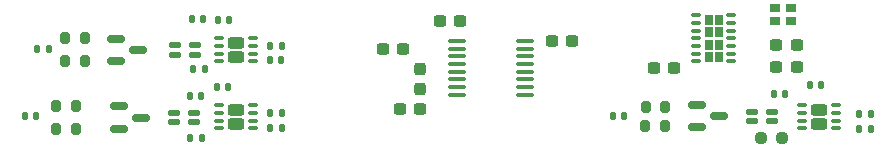
<source format=gbr>
%TF.GenerationSoftware,KiCad,Pcbnew,7.0.8*%
%TF.CreationDate,2024-02-04T14:44:40+01:00*%
%TF.ProjectId,HatV2,48617456-322e-46b6-9963-61645f706362,V2*%
%TF.SameCoordinates,PX5faea10PY6c663e8*%
%TF.FileFunction,Paste,Top*%
%TF.FilePolarity,Positive*%
%FSLAX46Y46*%
G04 Gerber Fmt 4.6, Leading zero omitted, Abs format (unit mm)*
G04 Created by KiCad (PCBNEW 7.0.8) date 2024-02-04 14:44:40*
%MOMM*%
%LPD*%
G01*
G04 APERTURE LIST*
G04 Aperture macros list*
%AMRoundRect*
0 Rectangle with rounded corners*
0 $1 Rounding radius*
0 $2 $3 $4 $5 $6 $7 $8 $9 X,Y pos of 4 corners*
0 Add a 4 corners polygon primitive as box body*
4,1,4,$2,$3,$4,$5,$6,$7,$8,$9,$2,$3,0*
0 Add four circle primitives for the rounded corners*
1,1,$1+$1,$2,$3*
1,1,$1+$1,$4,$5*
1,1,$1+$1,$6,$7*
1,1,$1+$1,$8,$9*
0 Add four rect primitives between the rounded corners*
20,1,$1+$1,$2,$3,$4,$5,0*
20,1,$1+$1,$4,$5,$6,$7,0*
20,1,$1+$1,$6,$7,$8,$9,0*
20,1,$1+$1,$8,$9,$2,$3,0*%
G04 Aperture macros list end*
%ADD10R,0.900000X0.800000*%
%ADD11RoundRect,0.200000X-0.200000X-0.275000X0.200000X-0.275000X0.200000X0.275000X-0.200000X0.275000X0*%
%ADD12RoundRect,0.135000X0.135000X0.185000X-0.135000X0.185000X-0.135000X-0.185000X0.135000X-0.185000X0*%
%ADD13RoundRect,0.140000X-0.140000X-0.170000X0.140000X-0.170000X0.140000X0.170000X-0.140000X0.170000X0*%
%ADD14RoundRect,0.237500X-0.300000X-0.237500X0.300000X-0.237500X0.300000X0.237500X-0.300000X0.237500X0*%
%ADD15RoundRect,0.237500X0.300000X0.237500X-0.300000X0.237500X-0.300000X-0.237500X0.300000X-0.237500X0*%
%ADD16RoundRect,0.200000X0.200000X0.275000X-0.200000X0.275000X-0.200000X-0.275000X0.200000X-0.275000X0*%
%ADD17RoundRect,0.140000X0.140000X0.170000X-0.140000X0.170000X-0.140000X-0.170000X0.140000X-0.170000X0*%
%ADD18RoundRect,0.250000X0.450000X0.250000X-0.450000X0.250000X-0.450000X-0.250000X0.450000X-0.250000X0*%
%ADD19RoundRect,0.075000X0.350000X0.075000X-0.350000X0.075000X-0.350000X-0.075000X0.350000X-0.075000X0*%
%ADD20RoundRect,0.150000X-0.587500X-0.150000X0.587500X-0.150000X0.587500X0.150000X-0.587500X0.150000X0*%
%ADD21RoundRect,0.237500X0.250000X0.237500X-0.250000X0.237500X-0.250000X-0.237500X0.250000X-0.237500X0*%
%ADD22RoundRect,0.100000X-0.637500X-0.100000X0.637500X-0.100000X0.637500X0.100000X-0.637500X0.100000X0*%
%ADD23R,0.660000X0.850000*%
%ADD24O,0.850000X0.350000*%
%ADD25RoundRect,0.237500X0.237500X-0.300000X0.237500X0.300000X-0.237500X0.300000X-0.237500X-0.300000X0*%
%ADD26RoundRect,0.020000X0.430000X-0.180000X0.430000X0.180000X-0.430000X0.180000X-0.430000X-0.180000X0*%
G04 APERTURE END LIST*
D10*
%TO.C,Y1*%
X74165000Y11600000D03*
X75565000Y11600000D03*
X75565000Y12700000D03*
X74165000Y12700000D03*
%TD*%
D11*
%TO.C,R6*%
X13335000Y4347037D03*
X14985000Y4347037D03*
%TD*%
D12*
%TO.C,R4*%
X25647710Y1703718D03*
X24627710Y1703718D03*
%TD*%
D13*
%TO.C,C2*%
X27038744Y11699136D03*
X27998744Y11699136D03*
%TD*%
D14*
%TO.C,C12*%
X74295000Y9525000D03*
X76020000Y9525000D03*
%TD*%
D15*
%TO.C,C16*%
X44137500Y4120000D03*
X42412500Y4120000D03*
%TD*%
D16*
%TO.C,R5*%
X14985000Y2442037D03*
X13335000Y2442037D03*
%TD*%
D13*
%TO.C,C9*%
X31445862Y2495001D03*
X32405862Y2495001D03*
%TD*%
D17*
%TO.C,C6*%
X25616860Y5273076D03*
X24656860Y5273076D03*
%TD*%
%TO.C,C23*%
X61412741Y3565679D03*
X60452741Y3565679D03*
%TD*%
%TO.C,C1*%
X25798853Y11734241D03*
X24838853Y11734241D03*
%TD*%
D18*
%TO.C,U7*%
X77925000Y2870000D03*
X77925000Y4070000D03*
D19*
X79375000Y2495000D03*
X79375000Y3145000D03*
X79375000Y3795000D03*
X79375000Y4445000D03*
X76475000Y4445000D03*
X76475000Y3795000D03*
X76475000Y3145000D03*
X76475000Y2495000D03*
%TD*%
D13*
%TO.C,C20*%
X77145000Y6148029D03*
X78105000Y6148029D03*
%TD*%
%TO.C,C7*%
X26912171Y5957071D03*
X27872171Y5957071D03*
%TD*%
D16*
%TO.C,R2*%
X15732500Y8225000D03*
X14082500Y8225000D03*
%TD*%
D12*
%TO.C,R1*%
X25911577Y7479469D03*
X24891577Y7479469D03*
%TD*%
D15*
%TO.C,C13*%
X65632500Y7620000D03*
X63907500Y7620000D03*
%TD*%
D18*
%TO.C,U1*%
X28575000Y8555000D03*
X28575000Y9755000D03*
D19*
X30025000Y8180000D03*
X30025000Y8830000D03*
X30025000Y9480000D03*
X30025000Y10130000D03*
X27125000Y10130000D03*
X27125000Y9480000D03*
X27125000Y8830000D03*
X27125000Y8180000D03*
%TD*%
D20*
%TO.C,U2*%
X18415000Y10094923D03*
X18415000Y8194923D03*
X20290000Y9144923D03*
%TD*%
D14*
%TO.C,C11*%
X74296488Y7695561D03*
X76021488Y7695561D03*
%TD*%
D17*
%TO.C,C19*%
X75076406Y5401800D03*
X74116406Y5401800D03*
%TD*%
D13*
%TO.C,C21*%
X81315000Y3692726D03*
X82275000Y3692726D03*
%TD*%
D11*
%TO.C,R9*%
X63225000Y4327726D03*
X64875000Y4327726D03*
%TD*%
D17*
%TO.C,C5*%
X12692263Y9214163D03*
X11732263Y9214163D03*
%TD*%
D13*
%TO.C,C4*%
X31438535Y8274923D03*
X32398535Y8274923D03*
%TD*%
D21*
%TO.C,R7*%
X74820055Y1690010D03*
X72995055Y1690010D03*
%TD*%
D22*
%TO.C,U6*%
X47302500Y9895000D03*
X47302500Y9245000D03*
X47302500Y8595000D03*
X47302500Y7945000D03*
X47302500Y7295000D03*
X47302500Y6645000D03*
X47302500Y5995000D03*
X47302500Y5345000D03*
X53027500Y5345000D03*
X53027500Y5995000D03*
X53027500Y6645000D03*
X53027500Y7295000D03*
X53027500Y7945000D03*
X53027500Y8595000D03*
X53027500Y9245000D03*
X53027500Y9895000D03*
%TD*%
D23*
%TO.C,U5*%
X69405000Y8521250D03*
X68580000Y11708750D03*
X68580000Y9583750D03*
X68580000Y8521250D03*
X69405000Y9583750D03*
X68580000Y10646250D03*
X69405000Y10646250D03*
X69405000Y11708750D03*
D24*
X70492500Y8165000D03*
X70492500Y8815000D03*
X70492500Y9465000D03*
X70492500Y10115000D03*
X70492500Y10765000D03*
X70492500Y11415000D03*
X70492500Y12065000D03*
X67492500Y12065000D03*
X67492500Y11415000D03*
X67492500Y10765000D03*
X67492500Y10115000D03*
X67492500Y9465000D03*
X67492500Y8815000D03*
X67492500Y8165000D03*
%TD*%
D20*
%TO.C,U4*%
X18636494Y4359549D03*
X18636494Y2459549D03*
X20511494Y3409549D03*
%TD*%
D11*
%TO.C,R3*%
X14082500Y10130000D03*
X15732500Y10130000D03*
%TD*%
D20*
%TO.C,U8*%
X67560627Y4489853D03*
X67560627Y2589853D03*
X69435627Y3539853D03*
%TD*%
D13*
%TO.C,C3*%
X31450000Y9495000D03*
X32410000Y9495000D03*
%TD*%
D25*
%TO.C,C18*%
X44137500Y5797500D03*
X44137500Y7522500D03*
%TD*%
D18*
%TO.C,U3*%
X28575000Y2870000D03*
X28575000Y4070000D03*
D19*
X30025000Y2495000D03*
X30025000Y3145000D03*
X30025000Y3795000D03*
X30025000Y4445000D03*
X27125000Y4445000D03*
X27125000Y3795000D03*
X27125000Y3145000D03*
X27125000Y2495000D03*
%TD*%
D13*
%TO.C,C22*%
X81315000Y2422726D03*
X82275000Y2422726D03*
%TD*%
D14*
%TO.C,C14*%
X55279108Y9883630D03*
X57004108Y9883630D03*
%TD*%
D26*
%TO.C,FL2*%
X24997656Y3010000D03*
X24997656Y3810000D03*
X23297656Y3810000D03*
X23297656Y3010000D03*
%TD*%
D15*
%TO.C,C15*%
X42687500Y9200000D03*
X40962500Y9200000D03*
%TD*%
D26*
%TO.C,FL1*%
X25101824Y8744923D03*
X25101824Y9544923D03*
X23401824Y9544923D03*
X23401824Y8744923D03*
%TD*%
D13*
%TO.C,C8*%
X31450000Y3765000D03*
X32410000Y3765000D03*
%TD*%
D26*
%TO.C,FL3*%
X73961362Y3117737D03*
X73961362Y3917737D03*
X72261362Y3917737D03*
X72261362Y3117737D03*
%TD*%
D16*
%TO.C,R8*%
X64861146Y2714972D03*
X63211146Y2714972D03*
%TD*%
D15*
%TO.C,C17*%
X47540000Y11618075D03*
X45815000Y11618075D03*
%TD*%
D17*
%TO.C,C10*%
X11616039Y3577776D03*
X10656039Y3577776D03*
%TD*%
M02*

</source>
